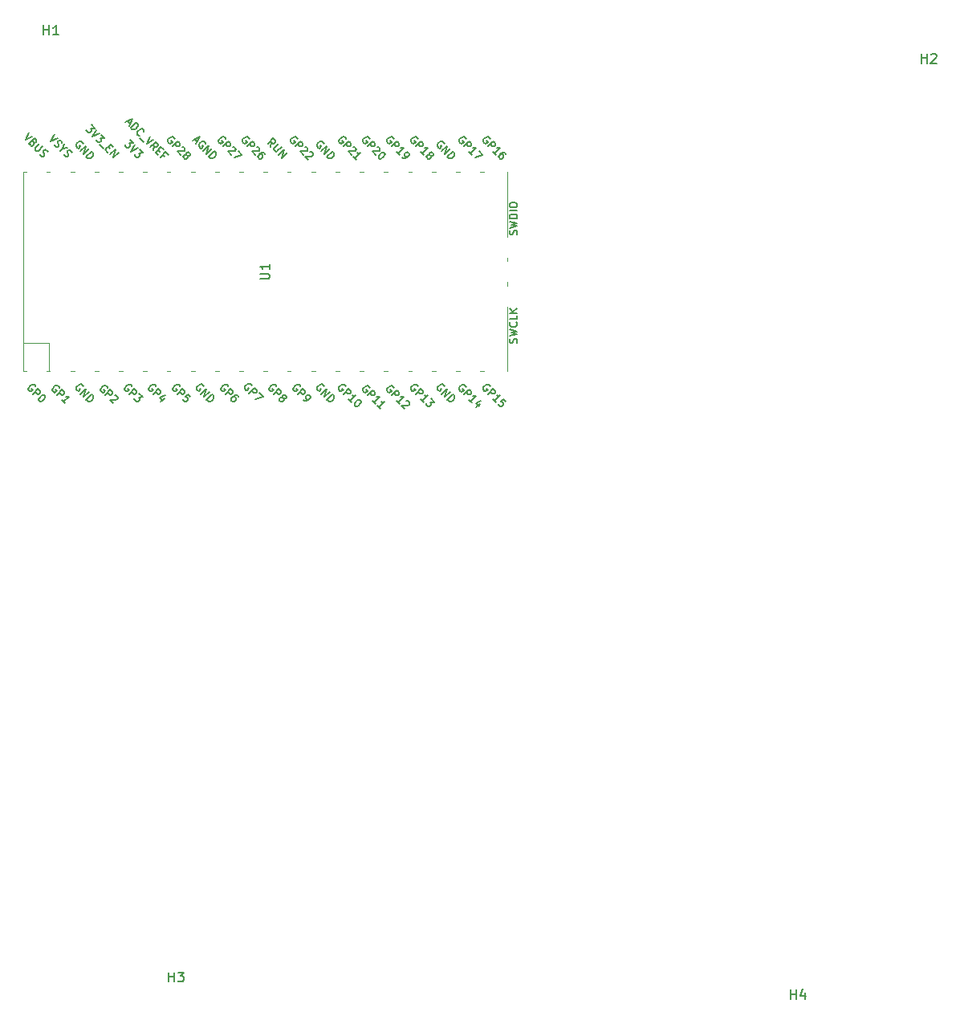
<source format=gbr>
%TF.GenerationSoftware,KiCad,Pcbnew,(5.1.12-1-10_14)*%
%TF.CreationDate,2021-12-05T15:19:09+09:00*%
%TF.ProjectId,PicoRubyMacroPad,5069636f-5275-4627-994d-6163726f5061,rev?*%
%TF.SameCoordinates,Original*%
%TF.FileFunction,Legend,Top*%
%TF.FilePolarity,Positive*%
%FSLAX46Y46*%
G04 Gerber Fmt 4.6, Leading zero omitted, Abs format (unit mm)*
G04 Created by KiCad (PCBNEW (5.1.12-1-10_14)) date 2021-12-05 15:19:09*
%MOMM*%
%LPD*%
G01*
G04 APERTURE LIST*
%ADD10C,0.120000*%
%ADD11C,0.150000*%
G04 APERTURE END LIST*
D10*
%TO.C,U1*%
X74900000Y-72890000D02*
X74900000Y-51890000D01*
X125900000Y-66090000D02*
X125900000Y-72890000D01*
X77567000Y-72890000D02*
X77567000Y-69883000D01*
X77567000Y-69883000D02*
X74900000Y-69883000D01*
X74900000Y-72890000D02*
X75200000Y-72890000D01*
X77300000Y-72890000D02*
X77700000Y-72890000D01*
X79900000Y-72890000D02*
X80300000Y-72890000D01*
X82400000Y-72890000D02*
X82800000Y-72890000D01*
X85000000Y-72890000D02*
X85400000Y-72890000D01*
X87500000Y-72890000D02*
X87900000Y-72890000D01*
X90000000Y-72890000D02*
X90400000Y-72890000D01*
X92600000Y-72890000D02*
X93000000Y-72890000D01*
X95100000Y-72890000D02*
X95500000Y-72890000D01*
X97700000Y-72890000D02*
X98100000Y-72890000D01*
X100200000Y-72890000D02*
X100600000Y-72890000D01*
X102700000Y-72890000D02*
X103100000Y-72890000D01*
X105300000Y-72890000D02*
X105700000Y-72890000D01*
X107800000Y-72890000D02*
X108200000Y-72890000D01*
X110400000Y-72890000D02*
X110800000Y-72890000D01*
X112900000Y-72890000D02*
X113300000Y-72890000D01*
X115500000Y-72890000D02*
X115900000Y-72890000D01*
X118000000Y-72890000D02*
X118400000Y-72890000D01*
X120500000Y-72890000D02*
X120900000Y-72890000D01*
X123100000Y-72890000D02*
X123500000Y-72890000D01*
X90000000Y-51890000D02*
X90400000Y-51890000D01*
X95100000Y-51890000D02*
X95500000Y-51890000D01*
X102700000Y-51890000D02*
X103100000Y-51890000D01*
X110400000Y-51890000D02*
X110800000Y-51890000D01*
X79900000Y-51890000D02*
X80300000Y-51890000D01*
X77300000Y-51890000D02*
X77700000Y-51890000D01*
X85000000Y-51890000D02*
X85400000Y-51890000D01*
X118000000Y-51890000D02*
X118400000Y-51890000D01*
X123100000Y-51890000D02*
X123500000Y-51890000D01*
X120500000Y-51890000D02*
X120900000Y-51890000D01*
X105300000Y-51890000D02*
X105700000Y-51890000D01*
X100200000Y-51890000D02*
X100600000Y-51890000D01*
X87500000Y-51890000D02*
X87900000Y-51890000D01*
X92600000Y-51890000D02*
X93000000Y-51890000D01*
X112900000Y-51890000D02*
X113300000Y-51890000D01*
X97700000Y-51890000D02*
X98100000Y-51890000D01*
X74900000Y-51890000D02*
X75200000Y-51890000D01*
X82400000Y-51890000D02*
X82800000Y-51890000D01*
X107800000Y-51890000D02*
X108200000Y-51890000D01*
X115500000Y-51890000D02*
X115900000Y-51890000D01*
X125900000Y-51890000D02*
X125900000Y-58690000D01*
X125900000Y-63890000D02*
X125900000Y-63490000D01*
X125900000Y-61290000D02*
X125900000Y-60890000D01*
%TO.C,H4*%
D11*
X155838095Y-139052380D02*
X155838095Y-138052380D01*
X155838095Y-138528571D02*
X156409523Y-138528571D01*
X156409523Y-139052380D02*
X156409523Y-138052380D01*
X157314285Y-138385714D02*
X157314285Y-139052380D01*
X157076190Y-138004761D02*
X156838095Y-138719047D01*
X157457142Y-138719047D01*
%TO.C,H3*%
X90238095Y-137252380D02*
X90238095Y-136252380D01*
X90238095Y-136728571D02*
X90809523Y-136728571D01*
X90809523Y-137252380D02*
X90809523Y-136252380D01*
X91190476Y-136252380D02*
X91809523Y-136252380D01*
X91476190Y-136633333D01*
X91619047Y-136633333D01*
X91714285Y-136680952D01*
X91761904Y-136728571D01*
X91809523Y-136823809D01*
X91809523Y-137061904D01*
X91761904Y-137157142D01*
X91714285Y-137204761D01*
X91619047Y-137252380D01*
X91333333Y-137252380D01*
X91238095Y-137204761D01*
X91190476Y-137157142D01*
%TO.C,H2*%
X169638095Y-40402380D02*
X169638095Y-39402380D01*
X169638095Y-39878571D02*
X170209523Y-39878571D01*
X170209523Y-40402380D02*
X170209523Y-39402380D01*
X170638095Y-39497619D02*
X170685714Y-39450000D01*
X170780952Y-39402380D01*
X171019047Y-39402380D01*
X171114285Y-39450000D01*
X171161904Y-39497619D01*
X171209523Y-39592857D01*
X171209523Y-39688095D01*
X171161904Y-39830952D01*
X170590476Y-40402380D01*
X171209523Y-40402380D01*
%TO.C,H1*%
X77038095Y-37402380D02*
X77038095Y-36402380D01*
X77038095Y-36878571D02*
X77609523Y-36878571D01*
X77609523Y-37402380D02*
X77609523Y-36402380D01*
X78609523Y-37402380D02*
X78038095Y-37402380D01*
X78323809Y-37402380D02*
X78323809Y-36402380D01*
X78228571Y-36545238D01*
X78133333Y-36640476D01*
X78038095Y-36688095D01*
%TO.C,U1*%
X99852380Y-63151904D02*
X100661904Y-63151904D01*
X100757142Y-63104285D01*
X100804761Y-63056666D01*
X100852380Y-62961428D01*
X100852380Y-62770952D01*
X100804761Y-62675714D01*
X100757142Y-62628095D01*
X100661904Y-62580476D01*
X99852380Y-62580476D01*
X100852380Y-61580476D02*
X100852380Y-62151904D01*
X100852380Y-61866190D02*
X99852380Y-61866190D01*
X99995238Y-61961428D01*
X100090476Y-62056666D01*
X100138095Y-62151904D01*
X126923809Y-58485238D02*
X126961904Y-58370952D01*
X126961904Y-58180476D01*
X126923809Y-58104285D01*
X126885714Y-58066190D01*
X126809523Y-58028095D01*
X126733333Y-58028095D01*
X126657142Y-58066190D01*
X126619047Y-58104285D01*
X126580952Y-58180476D01*
X126542857Y-58332857D01*
X126504761Y-58409047D01*
X126466666Y-58447142D01*
X126390476Y-58485238D01*
X126314285Y-58485238D01*
X126238095Y-58447142D01*
X126200000Y-58409047D01*
X126161904Y-58332857D01*
X126161904Y-58142380D01*
X126200000Y-58028095D01*
X126161904Y-57761428D02*
X126961904Y-57570952D01*
X126390476Y-57418571D01*
X126961904Y-57266190D01*
X126161904Y-57075714D01*
X126961904Y-56770952D02*
X126161904Y-56770952D01*
X126161904Y-56580476D01*
X126200000Y-56466190D01*
X126276190Y-56390000D01*
X126352380Y-56351904D01*
X126504761Y-56313809D01*
X126619047Y-56313809D01*
X126771428Y-56351904D01*
X126847619Y-56390000D01*
X126923809Y-56466190D01*
X126961904Y-56580476D01*
X126961904Y-56770952D01*
X126961904Y-55970952D02*
X126161904Y-55970952D01*
X126161904Y-55437619D02*
X126161904Y-55285238D01*
X126200000Y-55209047D01*
X126276190Y-55132857D01*
X126428571Y-55094761D01*
X126695238Y-55094761D01*
X126847619Y-55132857D01*
X126923809Y-55209047D01*
X126961904Y-55285238D01*
X126961904Y-55437619D01*
X126923809Y-55513809D01*
X126847619Y-55590000D01*
X126695238Y-55628095D01*
X126428571Y-55628095D01*
X126276190Y-55590000D01*
X126200000Y-55513809D01*
X126161904Y-55437619D01*
X126923809Y-69899523D02*
X126961904Y-69785238D01*
X126961904Y-69594761D01*
X126923809Y-69518571D01*
X126885714Y-69480476D01*
X126809523Y-69442380D01*
X126733333Y-69442380D01*
X126657142Y-69480476D01*
X126619047Y-69518571D01*
X126580952Y-69594761D01*
X126542857Y-69747142D01*
X126504761Y-69823333D01*
X126466666Y-69861428D01*
X126390476Y-69899523D01*
X126314285Y-69899523D01*
X126238095Y-69861428D01*
X126200000Y-69823333D01*
X126161904Y-69747142D01*
X126161904Y-69556666D01*
X126200000Y-69442380D01*
X126161904Y-69175714D02*
X126961904Y-68985238D01*
X126390476Y-68832857D01*
X126961904Y-68680476D01*
X126161904Y-68490000D01*
X126885714Y-67728095D02*
X126923809Y-67766190D01*
X126961904Y-67880476D01*
X126961904Y-67956666D01*
X126923809Y-68070952D01*
X126847619Y-68147142D01*
X126771428Y-68185238D01*
X126619047Y-68223333D01*
X126504761Y-68223333D01*
X126352380Y-68185238D01*
X126276190Y-68147142D01*
X126200000Y-68070952D01*
X126161904Y-67956666D01*
X126161904Y-67880476D01*
X126200000Y-67766190D01*
X126238095Y-67728095D01*
X126961904Y-67004285D02*
X126961904Y-67385238D01*
X126161904Y-67385238D01*
X126961904Y-66737619D02*
X126161904Y-66737619D01*
X126961904Y-66280476D02*
X126504761Y-66623333D01*
X126161904Y-66280476D02*
X126619047Y-66737619D01*
X92959035Y-48433597D02*
X93228409Y-48702971D01*
X92743536Y-48541346D02*
X93497783Y-48164223D01*
X93120659Y-48918470D01*
X94144280Y-48864595D02*
X94117343Y-48783783D01*
X94036531Y-48702971D01*
X93928781Y-48649096D01*
X93821032Y-48649096D01*
X93740219Y-48676033D01*
X93605532Y-48756845D01*
X93524720Y-48837658D01*
X93443908Y-48972345D01*
X93416971Y-49053157D01*
X93416971Y-49160906D01*
X93470845Y-49268656D01*
X93524720Y-49322531D01*
X93632470Y-49376406D01*
X93686345Y-49376406D01*
X93874906Y-49187844D01*
X93767157Y-49080094D01*
X93874906Y-49672717D02*
X94440592Y-49107032D01*
X94198155Y-49995966D01*
X94763841Y-49430280D01*
X94467529Y-50265340D02*
X95033215Y-49699654D01*
X95167902Y-49834341D01*
X95221776Y-49942091D01*
X95221776Y-50049841D01*
X95194839Y-50130653D01*
X95114027Y-50265340D01*
X95033215Y-50346152D01*
X94898528Y-50426964D01*
X94817715Y-50453902D01*
X94709966Y-50453902D01*
X94602216Y-50400027D01*
X94467529Y-50265340D01*
X81201844Y-48876158D02*
X81174906Y-48795346D01*
X81094094Y-48714534D01*
X80986345Y-48660659D01*
X80878595Y-48660659D01*
X80797783Y-48687597D01*
X80663096Y-48768409D01*
X80582284Y-48849221D01*
X80501471Y-48983908D01*
X80474534Y-49064720D01*
X80474534Y-49172470D01*
X80528409Y-49280219D01*
X80582284Y-49334094D01*
X80690033Y-49387969D01*
X80743908Y-49387969D01*
X80932470Y-49199407D01*
X80824720Y-49091658D01*
X80932470Y-49684280D02*
X81498155Y-49118595D01*
X81255719Y-50007529D01*
X81821404Y-49441844D01*
X81525093Y-50276903D02*
X82090778Y-49711218D01*
X82225465Y-49845905D01*
X82279340Y-49953654D01*
X82279340Y-50061404D01*
X82252402Y-50142216D01*
X82171590Y-50276903D01*
X82090778Y-50357715D01*
X81956091Y-50438528D01*
X81875279Y-50465465D01*
X81767529Y-50465465D01*
X81659780Y-50411590D01*
X81525093Y-50276903D01*
X106601844Y-48876158D02*
X106574906Y-48795346D01*
X106494094Y-48714534D01*
X106386345Y-48660659D01*
X106278595Y-48660659D01*
X106197783Y-48687597D01*
X106063096Y-48768409D01*
X105982284Y-48849221D01*
X105901471Y-48983908D01*
X105874534Y-49064720D01*
X105874534Y-49172470D01*
X105928409Y-49280219D01*
X105982284Y-49334094D01*
X106090033Y-49387969D01*
X106143908Y-49387969D01*
X106332470Y-49199407D01*
X106224720Y-49091658D01*
X106332470Y-49684280D02*
X106898155Y-49118595D01*
X106655719Y-50007529D01*
X107221404Y-49441844D01*
X106925093Y-50276903D02*
X107490778Y-49711218D01*
X107625465Y-49845905D01*
X107679340Y-49953654D01*
X107679340Y-50061404D01*
X107652402Y-50142216D01*
X107571590Y-50276903D01*
X107490778Y-50357715D01*
X107356091Y-50438528D01*
X107275279Y-50465465D01*
X107167529Y-50465465D01*
X107059780Y-50411590D01*
X106925093Y-50276903D01*
X119301844Y-48876158D02*
X119274906Y-48795346D01*
X119194094Y-48714534D01*
X119086345Y-48660659D01*
X118978595Y-48660659D01*
X118897783Y-48687597D01*
X118763096Y-48768409D01*
X118682284Y-48849221D01*
X118601471Y-48983908D01*
X118574534Y-49064720D01*
X118574534Y-49172470D01*
X118628409Y-49280219D01*
X118682284Y-49334094D01*
X118790033Y-49387969D01*
X118843908Y-49387969D01*
X119032470Y-49199407D01*
X118924720Y-49091658D01*
X119032470Y-49684280D02*
X119598155Y-49118595D01*
X119355719Y-50007529D01*
X119921404Y-49441844D01*
X119625093Y-50276903D02*
X120190778Y-49711218D01*
X120325465Y-49845905D01*
X120379340Y-49953654D01*
X120379340Y-50061404D01*
X120352402Y-50142216D01*
X120271590Y-50276903D01*
X120190778Y-50357715D01*
X120056091Y-50438528D01*
X119975279Y-50465465D01*
X119867529Y-50465465D01*
X119759780Y-50411590D01*
X119625093Y-50276903D01*
X119301844Y-74476158D02*
X119274906Y-74395346D01*
X119194094Y-74314534D01*
X119086345Y-74260659D01*
X118978595Y-74260659D01*
X118897783Y-74287597D01*
X118763096Y-74368409D01*
X118682284Y-74449221D01*
X118601471Y-74583908D01*
X118574534Y-74664720D01*
X118574534Y-74772470D01*
X118628409Y-74880219D01*
X118682284Y-74934094D01*
X118790033Y-74987969D01*
X118843908Y-74987969D01*
X119032470Y-74799407D01*
X118924720Y-74691658D01*
X119032470Y-75284280D02*
X119598155Y-74718595D01*
X119355719Y-75607529D01*
X119921404Y-75041844D01*
X119625093Y-75876903D02*
X120190778Y-75311218D01*
X120325465Y-75445905D01*
X120379340Y-75553654D01*
X120379340Y-75661404D01*
X120352402Y-75742216D01*
X120271590Y-75876903D01*
X120190778Y-75957715D01*
X120056091Y-76038528D01*
X119975279Y-76065465D01*
X119867529Y-76065465D01*
X119759780Y-76011590D01*
X119625093Y-75876903D01*
X106601844Y-74476158D02*
X106574906Y-74395346D01*
X106494094Y-74314534D01*
X106386345Y-74260659D01*
X106278595Y-74260659D01*
X106197783Y-74287597D01*
X106063096Y-74368409D01*
X105982284Y-74449221D01*
X105901471Y-74583908D01*
X105874534Y-74664720D01*
X105874534Y-74772470D01*
X105928409Y-74880219D01*
X105982284Y-74934094D01*
X106090033Y-74987969D01*
X106143908Y-74987969D01*
X106332470Y-74799407D01*
X106224720Y-74691658D01*
X106332470Y-75284280D02*
X106898155Y-74718595D01*
X106655719Y-75607529D01*
X107221404Y-75041844D01*
X106925093Y-75876903D02*
X107490778Y-75311218D01*
X107625465Y-75445905D01*
X107679340Y-75553654D01*
X107679340Y-75661404D01*
X107652402Y-75742216D01*
X107571590Y-75876903D01*
X107490778Y-75957715D01*
X107356091Y-76038528D01*
X107275279Y-76065465D01*
X107167529Y-76065465D01*
X107059780Y-76011590D01*
X106925093Y-75876903D01*
X93901844Y-74476158D02*
X93874906Y-74395346D01*
X93794094Y-74314534D01*
X93686345Y-74260659D01*
X93578595Y-74260659D01*
X93497783Y-74287597D01*
X93363096Y-74368409D01*
X93282284Y-74449221D01*
X93201471Y-74583908D01*
X93174534Y-74664720D01*
X93174534Y-74772470D01*
X93228409Y-74880219D01*
X93282284Y-74934094D01*
X93390033Y-74987969D01*
X93443908Y-74987969D01*
X93632470Y-74799407D01*
X93524720Y-74691658D01*
X93632470Y-75284280D02*
X94198155Y-74718595D01*
X93955719Y-75607529D01*
X94521404Y-75041844D01*
X94225093Y-75876903D02*
X94790778Y-75311218D01*
X94925465Y-75445905D01*
X94979340Y-75553654D01*
X94979340Y-75661404D01*
X94952402Y-75742216D01*
X94871590Y-75876903D01*
X94790778Y-75957715D01*
X94656091Y-76038528D01*
X94575279Y-76065465D01*
X94467529Y-76065465D01*
X94359780Y-76011590D01*
X94225093Y-75876903D01*
X81201844Y-74476158D02*
X81174906Y-74395346D01*
X81094094Y-74314534D01*
X80986345Y-74260659D01*
X80878595Y-74260659D01*
X80797783Y-74287597D01*
X80663096Y-74368409D01*
X80582284Y-74449221D01*
X80501471Y-74583908D01*
X80474534Y-74664720D01*
X80474534Y-74772470D01*
X80528409Y-74880219D01*
X80582284Y-74934094D01*
X80690033Y-74987969D01*
X80743908Y-74987969D01*
X80932470Y-74799407D01*
X80824720Y-74691658D01*
X80932470Y-75284280D02*
X81498155Y-74718595D01*
X81255719Y-75607529D01*
X81821404Y-75041844D01*
X81525093Y-75876903D02*
X82090778Y-75311218D01*
X82225465Y-75445905D01*
X82279340Y-75553654D01*
X82279340Y-75661404D01*
X82252402Y-75742216D01*
X82171590Y-75876903D01*
X82090778Y-75957715D01*
X81956091Y-76038528D01*
X81875279Y-76065465D01*
X81767529Y-76065465D01*
X81659780Y-76011590D01*
X81525093Y-75876903D01*
X75472690Y-47743129D02*
X75095566Y-48497377D01*
X75849813Y-48120253D01*
X75957563Y-48766751D02*
X76011438Y-48874500D01*
X76011438Y-48928375D01*
X75984500Y-49009187D01*
X75903688Y-49089999D01*
X75822876Y-49116937D01*
X75769001Y-49116937D01*
X75688189Y-49090000D01*
X75472690Y-48874500D01*
X76038375Y-48308815D01*
X76226937Y-48497377D01*
X76253874Y-48578189D01*
X76253874Y-48632064D01*
X76226937Y-48712876D01*
X76173062Y-48766751D01*
X76092250Y-48793688D01*
X76038375Y-48793688D01*
X75957563Y-48766751D01*
X75769001Y-48578189D01*
X76604061Y-48874500D02*
X76146125Y-49332436D01*
X76119187Y-49413248D01*
X76119187Y-49467123D01*
X76146125Y-49547935D01*
X76253874Y-49655685D01*
X76334687Y-49682622D01*
X76388561Y-49682622D01*
X76469374Y-49655685D01*
X76927309Y-49197749D01*
X76630998Y-49978934D02*
X76684873Y-50086683D01*
X76819560Y-50221370D01*
X76900372Y-50248308D01*
X76954247Y-50248308D01*
X77035059Y-50221370D01*
X77088934Y-50167496D01*
X77115871Y-50086683D01*
X77115871Y-50032809D01*
X77088934Y-49951996D01*
X77008122Y-49817309D01*
X76981184Y-49736497D01*
X76981184Y-49682622D01*
X77008122Y-49601810D01*
X77061996Y-49547935D01*
X77142809Y-49520998D01*
X77196683Y-49520998D01*
X77277496Y-49547935D01*
X77412183Y-49682622D01*
X77466057Y-49790372D01*
X78150033Y-47910473D02*
X77772910Y-48664720D01*
X78527157Y-48287597D01*
X78150033Y-48987969D02*
X78203908Y-49095719D01*
X78338595Y-49230406D01*
X78419407Y-49257343D01*
X78473282Y-49257343D01*
X78554094Y-49230406D01*
X78607969Y-49176531D01*
X78634906Y-49095719D01*
X78634906Y-49041844D01*
X78607969Y-48961032D01*
X78527157Y-48826345D01*
X78500219Y-48745532D01*
X78500219Y-48691658D01*
X78527157Y-48610845D01*
X78581032Y-48556971D01*
X78661844Y-48530033D01*
X78715719Y-48530033D01*
X78796531Y-48556971D01*
X78931218Y-48691658D01*
X78985093Y-48799407D01*
X79065905Y-49418967D02*
X78796531Y-49688341D01*
X79173654Y-48934094D02*
X79065905Y-49418967D01*
X79550778Y-49311218D01*
X79173654Y-50011590D02*
X79227529Y-50119340D01*
X79362216Y-50254027D01*
X79443028Y-50280964D01*
X79496903Y-50280964D01*
X79577715Y-50254027D01*
X79631590Y-50200152D01*
X79658528Y-50119340D01*
X79658528Y-50065465D01*
X79631590Y-49984653D01*
X79550778Y-49849966D01*
X79523841Y-49769154D01*
X79523841Y-49715279D01*
X79550778Y-49634467D01*
X79604653Y-49580592D01*
X79685465Y-49553654D01*
X79739340Y-49553654D01*
X79820152Y-49580592D01*
X79954839Y-49715279D01*
X80008714Y-49823028D01*
X82041691Y-46912131D02*
X82391877Y-47262317D01*
X81987816Y-47289255D01*
X82068629Y-47370067D01*
X82095566Y-47450879D01*
X82095566Y-47504754D01*
X82068629Y-47585566D01*
X81933942Y-47720253D01*
X81853129Y-47747190D01*
X81799255Y-47747190D01*
X81718442Y-47720253D01*
X81556818Y-47558629D01*
X81529881Y-47477816D01*
X81529881Y-47423942D01*
X82553502Y-47423942D02*
X82176378Y-48178189D01*
X82930625Y-47801065D01*
X83065312Y-47935752D02*
X83415499Y-48285938D01*
X83011438Y-48312876D01*
X83092250Y-48393688D01*
X83119187Y-48474500D01*
X83119187Y-48528375D01*
X83092250Y-48609187D01*
X82957563Y-48743874D01*
X82876751Y-48770812D01*
X82822876Y-48770812D01*
X82742064Y-48743874D01*
X82580439Y-48582250D01*
X82553502Y-48501438D01*
X82553502Y-48447563D01*
X82903688Y-49013248D02*
X83334687Y-49444247D01*
X83819560Y-49228748D02*
X84008122Y-49417309D01*
X83792622Y-49794433D02*
X83523248Y-49525059D01*
X84088934Y-48959374D01*
X84358308Y-49228748D01*
X84035059Y-50036870D02*
X84600744Y-49471184D01*
X84358308Y-50360118D01*
X84923993Y-49794433D01*
X86109407Y-48479847D02*
X86459593Y-48830033D01*
X86055532Y-48856971D01*
X86136345Y-48937783D01*
X86163282Y-49018595D01*
X86163282Y-49072470D01*
X86136345Y-49153282D01*
X86001658Y-49287969D01*
X85920845Y-49314906D01*
X85866971Y-49314906D01*
X85786158Y-49287969D01*
X85624534Y-49126345D01*
X85597597Y-49045532D01*
X85597597Y-48991658D01*
X86621218Y-48991658D02*
X86244094Y-49745905D01*
X86998341Y-49368781D01*
X87133028Y-49503468D02*
X87483215Y-49853654D01*
X87079154Y-49880592D01*
X87159966Y-49961404D01*
X87186903Y-50042216D01*
X87186903Y-50096091D01*
X87159966Y-50176903D01*
X87025279Y-50311590D01*
X86944467Y-50338528D01*
X86890592Y-50338528D01*
X86809780Y-50311590D01*
X86648155Y-50149966D01*
X86621218Y-50069154D01*
X86621218Y-50015279D01*
X85866226Y-46544788D02*
X86135600Y-46814162D01*
X85650727Y-46652537D02*
X86404974Y-46275414D01*
X86027850Y-47029661D01*
X86216412Y-47218223D02*
X86782097Y-46652537D01*
X86916784Y-46787224D01*
X86970659Y-46894974D01*
X86970659Y-47002723D01*
X86943722Y-47083536D01*
X86862910Y-47218223D01*
X86782097Y-47299035D01*
X86647410Y-47379847D01*
X86566598Y-47406784D01*
X86458849Y-47406784D01*
X86351099Y-47352910D01*
X86216412Y-47218223D01*
X87159221Y-48053282D02*
X87105346Y-48053282D01*
X86997597Y-47999407D01*
X86943722Y-47945532D01*
X86889847Y-47837783D01*
X86889847Y-47730033D01*
X86916784Y-47649221D01*
X86997597Y-47514534D01*
X87078409Y-47433722D01*
X87213096Y-47352910D01*
X87293908Y-47325972D01*
X87401658Y-47325972D01*
X87509407Y-47379847D01*
X87563282Y-47433722D01*
X87617157Y-47541471D01*
X87617157Y-47595346D01*
X87159221Y-48268781D02*
X87590219Y-48699780D01*
X88263654Y-48134094D02*
X87886531Y-48888341D01*
X88640778Y-48511218D01*
X88586903Y-49588714D02*
X88667715Y-49130778D01*
X88263654Y-49265465D02*
X88829340Y-48699780D01*
X89044839Y-48915279D01*
X89071776Y-48996091D01*
X89071776Y-49049966D01*
X89044839Y-49130778D01*
X88964027Y-49211590D01*
X88883215Y-49238528D01*
X88829340Y-49238528D01*
X88748528Y-49211590D01*
X88533028Y-48996091D01*
X89125651Y-49534839D02*
X89314213Y-49723401D01*
X89098714Y-50100524D02*
X88829340Y-49831150D01*
X89395025Y-49265465D01*
X89664399Y-49534839D01*
X89826024Y-50235211D02*
X89637462Y-50046650D01*
X89341150Y-50342961D02*
X89906836Y-49777276D01*
X90176210Y-50046650D01*
X90865407Y-48379722D02*
X90838470Y-48298910D01*
X90757658Y-48218097D01*
X90649908Y-48164223D01*
X90542158Y-48164223D01*
X90461346Y-48191160D01*
X90326659Y-48271972D01*
X90245847Y-48352784D01*
X90165035Y-48487471D01*
X90138097Y-48568284D01*
X90138097Y-48676033D01*
X90191972Y-48783783D01*
X90245847Y-48837658D01*
X90353597Y-48891532D01*
X90407471Y-48891532D01*
X90596033Y-48702971D01*
X90488284Y-48595221D01*
X90596033Y-49187844D02*
X91161719Y-48622158D01*
X91377218Y-48837658D01*
X91404155Y-48918470D01*
X91404155Y-48972345D01*
X91377218Y-49053157D01*
X91296406Y-49133969D01*
X91215593Y-49160906D01*
X91161719Y-49160906D01*
X91080906Y-49133969D01*
X90865407Y-48918470D01*
X91646592Y-49214781D02*
X91700467Y-49214781D01*
X91781279Y-49241719D01*
X91915966Y-49376406D01*
X91942903Y-49457218D01*
X91942903Y-49511093D01*
X91915966Y-49591905D01*
X91862091Y-49645780D01*
X91754341Y-49699654D01*
X91107844Y-49699654D01*
X91458030Y-50049841D01*
X92104528Y-50049841D02*
X92077590Y-49969028D01*
X92077590Y-49915154D01*
X92104528Y-49834341D01*
X92131465Y-49807404D01*
X92212277Y-49780467D01*
X92266152Y-49780467D01*
X92346964Y-49807404D01*
X92454714Y-49915154D01*
X92481651Y-49995966D01*
X92481651Y-50049841D01*
X92454714Y-50130653D01*
X92427776Y-50157590D01*
X92346964Y-50184528D01*
X92293089Y-50184528D01*
X92212277Y-50157590D01*
X92104528Y-50049841D01*
X92023715Y-50022903D01*
X91969841Y-50022903D01*
X91889028Y-50049841D01*
X91781279Y-50157590D01*
X91754341Y-50238402D01*
X91754341Y-50292277D01*
X91781279Y-50373089D01*
X91889028Y-50480839D01*
X91969841Y-50507776D01*
X92023715Y-50507776D01*
X92104528Y-50480839D01*
X92212277Y-50373089D01*
X92239215Y-50292277D01*
X92239215Y-50238402D01*
X92212277Y-50157590D01*
X96209407Y-48379722D02*
X96182470Y-48298910D01*
X96101658Y-48218097D01*
X95993908Y-48164223D01*
X95886158Y-48164223D01*
X95805346Y-48191160D01*
X95670659Y-48271972D01*
X95589847Y-48352784D01*
X95509035Y-48487471D01*
X95482097Y-48568284D01*
X95482097Y-48676033D01*
X95535972Y-48783783D01*
X95589847Y-48837658D01*
X95697597Y-48891532D01*
X95751471Y-48891532D01*
X95940033Y-48702971D01*
X95832284Y-48595221D01*
X95940033Y-49187844D02*
X96505719Y-48622158D01*
X96721218Y-48837658D01*
X96748155Y-48918470D01*
X96748155Y-48972345D01*
X96721218Y-49053157D01*
X96640406Y-49133969D01*
X96559593Y-49160906D01*
X96505719Y-49160906D01*
X96424906Y-49133969D01*
X96209407Y-48918470D01*
X96990592Y-49214781D02*
X97044467Y-49214781D01*
X97125279Y-49241719D01*
X97259966Y-49376406D01*
X97286903Y-49457218D01*
X97286903Y-49511093D01*
X97259966Y-49591905D01*
X97206091Y-49645780D01*
X97098341Y-49699654D01*
X96451844Y-49699654D01*
X96802030Y-50049841D01*
X97556277Y-49672717D02*
X97933401Y-50049841D01*
X97125279Y-50373089D01*
X98739407Y-48379722D02*
X98712470Y-48298910D01*
X98631658Y-48218097D01*
X98523908Y-48164223D01*
X98416158Y-48164223D01*
X98335346Y-48191160D01*
X98200659Y-48271972D01*
X98119847Y-48352784D01*
X98039035Y-48487471D01*
X98012097Y-48568284D01*
X98012097Y-48676033D01*
X98065972Y-48783783D01*
X98119847Y-48837658D01*
X98227597Y-48891532D01*
X98281471Y-48891532D01*
X98470033Y-48702971D01*
X98362284Y-48595221D01*
X98470033Y-49187844D02*
X99035719Y-48622158D01*
X99251218Y-48837658D01*
X99278155Y-48918470D01*
X99278155Y-48972345D01*
X99251218Y-49053157D01*
X99170406Y-49133969D01*
X99089593Y-49160906D01*
X99035719Y-49160906D01*
X98954906Y-49133969D01*
X98739407Y-48918470D01*
X99520592Y-49214781D02*
X99574467Y-49214781D01*
X99655279Y-49241719D01*
X99789966Y-49376406D01*
X99816903Y-49457218D01*
X99816903Y-49511093D01*
X99789966Y-49591905D01*
X99736091Y-49645780D01*
X99628341Y-49699654D01*
X98981844Y-49699654D01*
X99332030Y-50049841D01*
X100382589Y-49969028D02*
X100274839Y-49861279D01*
X100194027Y-49834341D01*
X100140152Y-49834341D01*
X100005465Y-49861279D01*
X99870778Y-49942091D01*
X99655279Y-50157590D01*
X99628341Y-50238402D01*
X99628341Y-50292277D01*
X99655279Y-50373089D01*
X99763028Y-50480839D01*
X99843841Y-50507776D01*
X99897715Y-50507776D01*
X99978528Y-50480839D01*
X100113215Y-50346152D01*
X100140152Y-50265340D01*
X100140152Y-50211465D01*
X100113215Y-50130653D01*
X100005465Y-50022903D01*
X99924653Y-49995966D01*
X99870778Y-49995966D01*
X99789966Y-50022903D01*
X100996564Y-49228375D02*
X101077377Y-48770439D01*
X100673316Y-48905126D02*
X101239001Y-48339441D01*
X101454500Y-48554940D01*
X101481438Y-48635752D01*
X101481438Y-48689627D01*
X101454500Y-48770439D01*
X101373688Y-48851251D01*
X101292876Y-48878189D01*
X101239001Y-48878189D01*
X101158189Y-48851251D01*
X100942690Y-48635752D01*
X101804687Y-48905126D02*
X101346751Y-49363062D01*
X101319813Y-49443874D01*
X101319813Y-49497749D01*
X101346751Y-49578561D01*
X101454500Y-49686311D01*
X101535312Y-49713248D01*
X101589187Y-49713248D01*
X101670000Y-49686311D01*
X102127935Y-49228375D01*
X101831624Y-50063435D02*
X102397309Y-49497749D01*
X102154873Y-50386683D01*
X102720558Y-49820998D01*
X103819407Y-48379722D02*
X103792470Y-48298910D01*
X103711658Y-48218097D01*
X103603908Y-48164223D01*
X103496158Y-48164223D01*
X103415346Y-48191160D01*
X103280659Y-48271972D01*
X103199847Y-48352784D01*
X103119035Y-48487471D01*
X103092097Y-48568284D01*
X103092097Y-48676033D01*
X103145972Y-48783783D01*
X103199847Y-48837658D01*
X103307597Y-48891532D01*
X103361471Y-48891532D01*
X103550033Y-48702971D01*
X103442284Y-48595221D01*
X103550033Y-49187844D02*
X104115719Y-48622158D01*
X104331218Y-48837658D01*
X104358155Y-48918470D01*
X104358155Y-48972345D01*
X104331218Y-49053157D01*
X104250406Y-49133969D01*
X104169593Y-49160906D01*
X104115719Y-49160906D01*
X104034906Y-49133969D01*
X103819407Y-48918470D01*
X104600592Y-49214781D02*
X104654467Y-49214781D01*
X104735279Y-49241719D01*
X104869966Y-49376406D01*
X104896903Y-49457218D01*
X104896903Y-49511093D01*
X104869966Y-49591905D01*
X104816091Y-49645780D01*
X104708341Y-49699654D01*
X104061844Y-49699654D01*
X104412030Y-50049841D01*
X105139340Y-49753529D02*
X105193215Y-49753529D01*
X105274027Y-49780467D01*
X105408714Y-49915154D01*
X105435651Y-49995966D01*
X105435651Y-50049841D01*
X105408714Y-50130653D01*
X105354839Y-50184528D01*
X105247089Y-50238402D01*
X104600592Y-50238402D01*
X104950778Y-50588589D01*
X108909407Y-48379722D02*
X108882470Y-48298910D01*
X108801658Y-48218097D01*
X108693908Y-48164223D01*
X108586158Y-48164223D01*
X108505346Y-48191160D01*
X108370659Y-48271972D01*
X108289847Y-48352784D01*
X108209035Y-48487471D01*
X108182097Y-48568284D01*
X108182097Y-48676033D01*
X108235972Y-48783783D01*
X108289847Y-48837658D01*
X108397597Y-48891532D01*
X108451471Y-48891532D01*
X108640033Y-48702971D01*
X108532284Y-48595221D01*
X108640033Y-49187844D02*
X109205719Y-48622158D01*
X109421218Y-48837658D01*
X109448155Y-48918470D01*
X109448155Y-48972345D01*
X109421218Y-49053157D01*
X109340406Y-49133969D01*
X109259593Y-49160906D01*
X109205719Y-49160906D01*
X109124906Y-49133969D01*
X108909407Y-48918470D01*
X109690592Y-49214781D02*
X109744467Y-49214781D01*
X109825279Y-49241719D01*
X109959966Y-49376406D01*
X109986903Y-49457218D01*
X109986903Y-49511093D01*
X109959966Y-49591905D01*
X109906091Y-49645780D01*
X109798341Y-49699654D01*
X109151844Y-49699654D01*
X109502030Y-50049841D01*
X110040778Y-50588589D02*
X109717529Y-50265340D01*
X109879154Y-50426964D02*
X110444839Y-49861279D01*
X110310152Y-49888216D01*
X110202402Y-49888216D01*
X110121590Y-49861279D01*
X111439407Y-48379722D02*
X111412470Y-48298910D01*
X111331658Y-48218097D01*
X111223908Y-48164223D01*
X111116158Y-48164223D01*
X111035346Y-48191160D01*
X110900659Y-48271972D01*
X110819847Y-48352784D01*
X110739035Y-48487471D01*
X110712097Y-48568284D01*
X110712097Y-48676033D01*
X110765972Y-48783783D01*
X110819847Y-48837658D01*
X110927597Y-48891532D01*
X110981471Y-48891532D01*
X111170033Y-48702971D01*
X111062284Y-48595221D01*
X111170033Y-49187844D02*
X111735719Y-48622158D01*
X111951218Y-48837658D01*
X111978155Y-48918470D01*
X111978155Y-48972345D01*
X111951218Y-49053157D01*
X111870406Y-49133969D01*
X111789593Y-49160906D01*
X111735719Y-49160906D01*
X111654906Y-49133969D01*
X111439407Y-48918470D01*
X112220592Y-49214781D02*
X112274467Y-49214781D01*
X112355279Y-49241719D01*
X112489966Y-49376406D01*
X112516903Y-49457218D01*
X112516903Y-49511093D01*
X112489966Y-49591905D01*
X112436091Y-49645780D01*
X112328341Y-49699654D01*
X111681844Y-49699654D01*
X112032030Y-50049841D01*
X112947902Y-49834341D02*
X113001776Y-49888216D01*
X113028714Y-49969028D01*
X113028714Y-50022903D01*
X113001776Y-50103715D01*
X112920964Y-50238402D01*
X112786277Y-50373089D01*
X112651590Y-50453902D01*
X112570778Y-50480839D01*
X112516903Y-50480839D01*
X112436091Y-50453902D01*
X112382216Y-50400027D01*
X112355279Y-50319215D01*
X112355279Y-50265340D01*
X112382216Y-50184528D01*
X112463028Y-50049841D01*
X112597715Y-49915154D01*
X112732402Y-49834341D01*
X112813215Y-49807404D01*
X112867089Y-49807404D01*
X112947902Y-49834341D01*
X113979407Y-48379722D02*
X113952470Y-48298910D01*
X113871658Y-48218097D01*
X113763908Y-48164223D01*
X113656158Y-48164223D01*
X113575346Y-48191160D01*
X113440659Y-48271972D01*
X113359847Y-48352784D01*
X113279035Y-48487471D01*
X113252097Y-48568284D01*
X113252097Y-48676033D01*
X113305972Y-48783783D01*
X113359847Y-48837658D01*
X113467597Y-48891532D01*
X113521471Y-48891532D01*
X113710033Y-48702971D01*
X113602284Y-48595221D01*
X113710033Y-49187844D02*
X114275719Y-48622158D01*
X114491218Y-48837658D01*
X114518155Y-48918470D01*
X114518155Y-48972345D01*
X114491218Y-49053157D01*
X114410406Y-49133969D01*
X114329593Y-49160906D01*
X114275719Y-49160906D01*
X114194906Y-49133969D01*
X113979407Y-48918470D01*
X114572030Y-50049841D02*
X114248781Y-49726592D01*
X114410406Y-49888216D02*
X114976091Y-49322531D01*
X114841404Y-49349468D01*
X114733654Y-49349468D01*
X114652842Y-49322531D01*
X114841404Y-50319215D02*
X114949154Y-50426964D01*
X115029966Y-50453902D01*
X115083841Y-50453902D01*
X115218528Y-50426964D01*
X115353215Y-50346152D01*
X115568714Y-50130653D01*
X115595651Y-50049841D01*
X115595651Y-49995966D01*
X115568714Y-49915154D01*
X115460964Y-49807404D01*
X115380152Y-49780467D01*
X115326277Y-49780467D01*
X115245465Y-49807404D01*
X115110778Y-49942091D01*
X115083841Y-50022903D01*
X115083841Y-50076778D01*
X115110778Y-50157590D01*
X115218528Y-50265340D01*
X115299340Y-50292277D01*
X115353215Y-50292277D01*
X115434027Y-50265340D01*
X116519407Y-48379722D02*
X116492470Y-48298910D01*
X116411658Y-48218097D01*
X116303908Y-48164223D01*
X116196158Y-48164223D01*
X116115346Y-48191160D01*
X115980659Y-48271972D01*
X115899847Y-48352784D01*
X115819035Y-48487471D01*
X115792097Y-48568284D01*
X115792097Y-48676033D01*
X115845972Y-48783783D01*
X115899847Y-48837658D01*
X116007597Y-48891532D01*
X116061471Y-48891532D01*
X116250033Y-48702971D01*
X116142284Y-48595221D01*
X116250033Y-49187844D02*
X116815719Y-48622158D01*
X117031218Y-48837658D01*
X117058155Y-48918470D01*
X117058155Y-48972345D01*
X117031218Y-49053157D01*
X116950406Y-49133969D01*
X116869593Y-49160906D01*
X116815719Y-49160906D01*
X116734906Y-49133969D01*
X116519407Y-48918470D01*
X117112030Y-50049841D02*
X116788781Y-49726592D01*
X116950406Y-49888216D02*
X117516091Y-49322531D01*
X117381404Y-49349468D01*
X117273654Y-49349468D01*
X117192842Y-49322531D01*
X117758528Y-50049841D02*
X117731590Y-49969028D01*
X117731590Y-49915154D01*
X117758528Y-49834341D01*
X117785465Y-49807404D01*
X117866277Y-49780467D01*
X117920152Y-49780467D01*
X118000964Y-49807404D01*
X118108714Y-49915154D01*
X118135651Y-49995966D01*
X118135651Y-50049841D01*
X118108714Y-50130653D01*
X118081776Y-50157590D01*
X118000964Y-50184528D01*
X117947089Y-50184528D01*
X117866277Y-50157590D01*
X117758528Y-50049841D01*
X117677715Y-50022903D01*
X117623841Y-50022903D01*
X117543028Y-50049841D01*
X117435279Y-50157590D01*
X117408341Y-50238402D01*
X117408341Y-50292277D01*
X117435279Y-50373089D01*
X117543028Y-50480839D01*
X117623841Y-50507776D01*
X117677715Y-50507776D01*
X117758528Y-50480839D01*
X117866277Y-50373089D01*
X117893215Y-50292277D01*
X117893215Y-50238402D01*
X117866277Y-50157590D01*
X121599407Y-48379722D02*
X121572470Y-48298910D01*
X121491658Y-48218097D01*
X121383908Y-48164223D01*
X121276158Y-48164223D01*
X121195346Y-48191160D01*
X121060659Y-48271972D01*
X120979847Y-48352784D01*
X120899035Y-48487471D01*
X120872097Y-48568284D01*
X120872097Y-48676033D01*
X120925972Y-48783783D01*
X120979847Y-48837658D01*
X121087597Y-48891532D01*
X121141471Y-48891532D01*
X121330033Y-48702971D01*
X121222284Y-48595221D01*
X121330033Y-49187844D02*
X121895719Y-48622158D01*
X122111218Y-48837658D01*
X122138155Y-48918470D01*
X122138155Y-48972345D01*
X122111218Y-49053157D01*
X122030406Y-49133969D01*
X121949593Y-49160906D01*
X121895719Y-49160906D01*
X121814906Y-49133969D01*
X121599407Y-48918470D01*
X122192030Y-50049841D02*
X121868781Y-49726592D01*
X122030406Y-49888216D02*
X122596091Y-49322531D01*
X122461404Y-49349468D01*
X122353654Y-49349468D01*
X122272842Y-49322531D01*
X122946277Y-49672717D02*
X123323401Y-50049841D01*
X122515279Y-50373089D01*
X124139407Y-48379722D02*
X124112470Y-48298910D01*
X124031658Y-48218097D01*
X123923908Y-48164223D01*
X123816158Y-48164223D01*
X123735346Y-48191160D01*
X123600659Y-48271972D01*
X123519847Y-48352784D01*
X123439035Y-48487471D01*
X123412097Y-48568284D01*
X123412097Y-48676033D01*
X123465972Y-48783783D01*
X123519847Y-48837658D01*
X123627597Y-48891532D01*
X123681471Y-48891532D01*
X123870033Y-48702971D01*
X123762284Y-48595221D01*
X123870033Y-49187844D02*
X124435719Y-48622158D01*
X124651218Y-48837658D01*
X124678155Y-48918470D01*
X124678155Y-48972345D01*
X124651218Y-49053157D01*
X124570406Y-49133969D01*
X124489593Y-49160906D01*
X124435719Y-49160906D01*
X124354906Y-49133969D01*
X124139407Y-48918470D01*
X124732030Y-50049841D02*
X124408781Y-49726592D01*
X124570406Y-49888216D02*
X125136091Y-49322531D01*
X125001404Y-49349468D01*
X124893654Y-49349468D01*
X124812842Y-49322531D01*
X125782589Y-49969028D02*
X125674839Y-49861279D01*
X125594027Y-49834341D01*
X125540152Y-49834341D01*
X125405465Y-49861279D01*
X125270778Y-49942091D01*
X125055279Y-50157590D01*
X125028341Y-50238402D01*
X125028341Y-50292277D01*
X125055279Y-50373089D01*
X125163028Y-50480839D01*
X125243841Y-50507776D01*
X125297715Y-50507776D01*
X125378528Y-50480839D01*
X125513215Y-50346152D01*
X125540152Y-50265340D01*
X125540152Y-50211465D01*
X125513215Y-50130653D01*
X125405465Y-50022903D01*
X125324653Y-49995966D01*
X125270778Y-49995966D01*
X125189966Y-50022903D01*
X124139407Y-74487722D02*
X124112470Y-74406910D01*
X124031658Y-74326097D01*
X123923908Y-74272223D01*
X123816158Y-74272223D01*
X123735346Y-74299160D01*
X123600659Y-74379972D01*
X123519847Y-74460784D01*
X123439035Y-74595471D01*
X123412097Y-74676284D01*
X123412097Y-74784033D01*
X123465972Y-74891783D01*
X123519847Y-74945658D01*
X123627597Y-74999532D01*
X123681471Y-74999532D01*
X123870033Y-74810971D01*
X123762284Y-74703221D01*
X123870033Y-75295844D02*
X124435719Y-74730158D01*
X124651218Y-74945658D01*
X124678155Y-75026470D01*
X124678155Y-75080345D01*
X124651218Y-75161157D01*
X124570406Y-75241969D01*
X124489593Y-75268906D01*
X124435719Y-75268906D01*
X124354906Y-75241969D01*
X124139407Y-75026470D01*
X124732030Y-76157841D02*
X124408781Y-75834592D01*
X124570406Y-75996216D02*
X125136091Y-75430531D01*
X125001404Y-75457468D01*
X124893654Y-75457468D01*
X124812842Y-75430531D01*
X125809526Y-76103966D02*
X125540152Y-75834592D01*
X125243841Y-76077028D01*
X125297715Y-76077028D01*
X125378528Y-76103966D01*
X125513215Y-76238653D01*
X125540152Y-76319465D01*
X125540152Y-76373340D01*
X125513215Y-76454152D01*
X125378528Y-76588839D01*
X125297715Y-76615776D01*
X125243841Y-76615776D01*
X125163028Y-76588839D01*
X125028341Y-76454152D01*
X125001404Y-76373340D01*
X125001404Y-76319465D01*
X121599407Y-74533722D02*
X121572470Y-74452910D01*
X121491658Y-74372097D01*
X121383908Y-74318223D01*
X121276158Y-74318223D01*
X121195346Y-74345160D01*
X121060659Y-74425972D01*
X120979847Y-74506784D01*
X120899035Y-74641471D01*
X120872097Y-74722284D01*
X120872097Y-74830033D01*
X120925972Y-74937783D01*
X120979847Y-74991658D01*
X121087597Y-75045532D01*
X121141471Y-75045532D01*
X121330033Y-74856971D01*
X121222284Y-74749221D01*
X121330033Y-75341844D02*
X121895719Y-74776158D01*
X122111218Y-74991658D01*
X122138155Y-75072470D01*
X122138155Y-75126345D01*
X122111218Y-75207157D01*
X122030406Y-75287969D01*
X121949593Y-75314906D01*
X121895719Y-75314906D01*
X121814906Y-75287969D01*
X121599407Y-75072470D01*
X122192030Y-76203841D02*
X121868781Y-75880592D01*
X122030406Y-76042216D02*
X122596091Y-75476531D01*
X122461404Y-75503468D01*
X122353654Y-75503468D01*
X122272842Y-75476531D01*
X123054027Y-76311590D02*
X122676903Y-76688714D01*
X123134839Y-75961404D02*
X122596091Y-76230778D01*
X122946277Y-76580964D01*
X116519407Y-74487722D02*
X116492470Y-74406910D01*
X116411658Y-74326097D01*
X116303908Y-74272223D01*
X116196158Y-74272223D01*
X116115346Y-74299160D01*
X115980659Y-74379972D01*
X115899847Y-74460784D01*
X115819035Y-74595471D01*
X115792097Y-74676284D01*
X115792097Y-74784033D01*
X115845972Y-74891783D01*
X115899847Y-74945658D01*
X116007597Y-74999532D01*
X116061471Y-74999532D01*
X116250033Y-74810971D01*
X116142284Y-74703221D01*
X116250033Y-75295844D02*
X116815719Y-74730158D01*
X117031218Y-74945658D01*
X117058155Y-75026470D01*
X117058155Y-75080345D01*
X117031218Y-75161157D01*
X116950406Y-75241969D01*
X116869593Y-75268906D01*
X116815719Y-75268906D01*
X116734906Y-75241969D01*
X116519407Y-75026470D01*
X117112030Y-76157841D02*
X116788781Y-75834592D01*
X116950406Y-75996216D02*
X117516091Y-75430531D01*
X117381404Y-75457468D01*
X117273654Y-75457468D01*
X117192842Y-75430531D01*
X117866277Y-75780717D02*
X118216463Y-76130903D01*
X117812402Y-76157841D01*
X117893215Y-76238653D01*
X117920152Y-76319465D01*
X117920152Y-76373340D01*
X117893215Y-76454152D01*
X117758528Y-76588839D01*
X117677715Y-76615776D01*
X117623841Y-76615776D01*
X117543028Y-76588839D01*
X117381404Y-76427215D01*
X117354467Y-76346402D01*
X117354467Y-76292528D01*
X113979407Y-74633722D02*
X113952470Y-74552910D01*
X113871658Y-74472097D01*
X113763908Y-74418223D01*
X113656158Y-74418223D01*
X113575346Y-74445160D01*
X113440659Y-74525972D01*
X113359847Y-74606784D01*
X113279035Y-74741471D01*
X113252097Y-74822284D01*
X113252097Y-74930033D01*
X113305972Y-75037783D01*
X113359847Y-75091658D01*
X113467597Y-75145532D01*
X113521471Y-75145532D01*
X113710033Y-74956971D01*
X113602284Y-74849221D01*
X113710033Y-75441844D02*
X114275719Y-74876158D01*
X114491218Y-75091658D01*
X114518155Y-75172470D01*
X114518155Y-75226345D01*
X114491218Y-75307157D01*
X114410406Y-75387969D01*
X114329593Y-75414906D01*
X114275719Y-75414906D01*
X114194906Y-75387969D01*
X113979407Y-75172470D01*
X114572030Y-76303841D02*
X114248781Y-75980592D01*
X114410406Y-76142216D02*
X114976091Y-75576531D01*
X114841404Y-75603468D01*
X114733654Y-75603468D01*
X114652842Y-75576531D01*
X115299340Y-76007529D02*
X115353215Y-76007529D01*
X115434027Y-76034467D01*
X115568714Y-76169154D01*
X115595651Y-76249966D01*
X115595651Y-76303841D01*
X115568714Y-76384653D01*
X115514839Y-76438528D01*
X115407089Y-76492402D01*
X114760592Y-76492402D01*
X115110778Y-76842589D01*
X111439407Y-74633722D02*
X111412470Y-74552910D01*
X111331658Y-74472097D01*
X111223908Y-74418223D01*
X111116158Y-74418223D01*
X111035346Y-74445160D01*
X110900659Y-74525972D01*
X110819847Y-74606784D01*
X110739035Y-74741471D01*
X110712097Y-74822284D01*
X110712097Y-74930033D01*
X110765972Y-75037783D01*
X110819847Y-75091658D01*
X110927597Y-75145532D01*
X110981471Y-75145532D01*
X111170033Y-74956971D01*
X111062284Y-74849221D01*
X111170033Y-75441844D02*
X111735719Y-74876158D01*
X111951218Y-75091658D01*
X111978155Y-75172470D01*
X111978155Y-75226345D01*
X111951218Y-75307157D01*
X111870406Y-75387969D01*
X111789593Y-75414906D01*
X111735719Y-75414906D01*
X111654906Y-75387969D01*
X111439407Y-75172470D01*
X112032030Y-76303841D02*
X111708781Y-75980592D01*
X111870406Y-76142216D02*
X112436091Y-75576531D01*
X112301404Y-75603468D01*
X112193654Y-75603468D01*
X112112842Y-75576531D01*
X112570778Y-76842589D02*
X112247529Y-76519340D01*
X112409154Y-76680964D02*
X112974839Y-76115279D01*
X112840152Y-76142216D01*
X112732402Y-76142216D01*
X112651590Y-76115279D01*
X108899407Y-74487722D02*
X108872470Y-74406910D01*
X108791658Y-74326097D01*
X108683908Y-74272223D01*
X108576158Y-74272223D01*
X108495346Y-74299160D01*
X108360659Y-74379972D01*
X108279847Y-74460784D01*
X108199035Y-74595471D01*
X108172097Y-74676284D01*
X108172097Y-74784033D01*
X108225972Y-74891783D01*
X108279847Y-74945658D01*
X108387597Y-74999532D01*
X108441471Y-74999532D01*
X108630033Y-74810971D01*
X108522284Y-74703221D01*
X108630033Y-75295844D02*
X109195719Y-74730158D01*
X109411218Y-74945658D01*
X109438155Y-75026470D01*
X109438155Y-75080345D01*
X109411218Y-75161157D01*
X109330406Y-75241969D01*
X109249593Y-75268906D01*
X109195719Y-75268906D01*
X109114906Y-75241969D01*
X108899407Y-75026470D01*
X109492030Y-76157841D02*
X109168781Y-75834592D01*
X109330406Y-75996216D02*
X109896091Y-75430531D01*
X109761404Y-75457468D01*
X109653654Y-75457468D01*
X109572842Y-75430531D01*
X110407902Y-75942341D02*
X110461776Y-75996216D01*
X110488714Y-76077028D01*
X110488714Y-76130903D01*
X110461776Y-76211715D01*
X110380964Y-76346402D01*
X110246277Y-76481089D01*
X110111590Y-76561902D01*
X110030778Y-76588839D01*
X109976903Y-76588839D01*
X109896091Y-76561902D01*
X109842216Y-76508027D01*
X109815279Y-76427215D01*
X109815279Y-76373340D01*
X109842216Y-76292528D01*
X109923028Y-76157841D01*
X110057715Y-76023154D01*
X110192402Y-75942341D01*
X110273215Y-75915404D01*
X110327089Y-75915404D01*
X110407902Y-75942341D01*
X104088781Y-74503096D02*
X104061844Y-74422284D01*
X103981032Y-74341471D01*
X103873282Y-74287597D01*
X103765532Y-74287597D01*
X103684720Y-74314534D01*
X103550033Y-74395346D01*
X103469221Y-74476158D01*
X103388409Y-74610845D01*
X103361471Y-74691658D01*
X103361471Y-74799407D01*
X103415346Y-74907157D01*
X103469221Y-74961032D01*
X103576971Y-75014906D01*
X103630845Y-75014906D01*
X103819407Y-74826345D01*
X103711658Y-74718595D01*
X103819407Y-75311218D02*
X104385093Y-74745532D01*
X104600592Y-74961032D01*
X104627529Y-75041844D01*
X104627529Y-75095719D01*
X104600592Y-75176531D01*
X104519780Y-75257343D01*
X104438967Y-75284280D01*
X104385093Y-75284280D01*
X104304280Y-75257343D01*
X104088781Y-75041844D01*
X104412030Y-75903841D02*
X104519780Y-76011590D01*
X104600592Y-76038528D01*
X104654467Y-76038528D01*
X104789154Y-76011590D01*
X104923841Y-75930778D01*
X105139340Y-75715279D01*
X105166277Y-75634467D01*
X105166277Y-75580592D01*
X105139340Y-75499780D01*
X105031590Y-75392030D01*
X104950778Y-75365093D01*
X104896903Y-75365093D01*
X104816091Y-75392030D01*
X104681404Y-75526717D01*
X104654467Y-75607529D01*
X104654467Y-75661404D01*
X104681404Y-75742216D01*
X104789154Y-75849966D01*
X104869966Y-75876903D01*
X104923841Y-75876903D01*
X105004653Y-75849966D01*
X101548781Y-74503096D02*
X101521844Y-74422284D01*
X101441032Y-74341471D01*
X101333282Y-74287597D01*
X101225532Y-74287597D01*
X101144720Y-74314534D01*
X101010033Y-74395346D01*
X100929221Y-74476158D01*
X100848409Y-74610845D01*
X100821471Y-74691658D01*
X100821471Y-74799407D01*
X100875346Y-74907157D01*
X100929221Y-74961032D01*
X101036971Y-75014906D01*
X101090845Y-75014906D01*
X101279407Y-74826345D01*
X101171658Y-74718595D01*
X101279407Y-75311218D02*
X101845093Y-74745532D01*
X102060592Y-74961032D01*
X102087529Y-75041844D01*
X102087529Y-75095719D01*
X102060592Y-75176531D01*
X101979780Y-75257343D01*
X101898967Y-75284280D01*
X101845093Y-75284280D01*
X101764280Y-75257343D01*
X101548781Y-75041844D01*
X102249154Y-75634467D02*
X102222216Y-75553654D01*
X102222216Y-75499780D01*
X102249154Y-75418967D01*
X102276091Y-75392030D01*
X102356903Y-75365093D01*
X102410778Y-75365093D01*
X102491590Y-75392030D01*
X102599340Y-75499780D01*
X102626277Y-75580592D01*
X102626277Y-75634467D01*
X102599340Y-75715279D01*
X102572402Y-75742216D01*
X102491590Y-75769154D01*
X102437715Y-75769154D01*
X102356903Y-75742216D01*
X102249154Y-75634467D01*
X102168341Y-75607529D01*
X102114467Y-75607529D01*
X102033654Y-75634467D01*
X101925905Y-75742216D01*
X101898967Y-75823028D01*
X101898967Y-75876903D01*
X101925905Y-75957715D01*
X102033654Y-76065465D01*
X102114467Y-76092402D01*
X102168341Y-76092402D01*
X102249154Y-76065465D01*
X102356903Y-75957715D01*
X102383841Y-75876903D01*
X102383841Y-75823028D01*
X102356903Y-75742216D01*
X98978781Y-74403096D02*
X98951844Y-74322284D01*
X98871032Y-74241471D01*
X98763282Y-74187597D01*
X98655532Y-74187597D01*
X98574720Y-74214534D01*
X98440033Y-74295346D01*
X98359221Y-74376158D01*
X98278409Y-74510845D01*
X98251471Y-74591658D01*
X98251471Y-74699407D01*
X98305346Y-74807157D01*
X98359221Y-74861032D01*
X98466971Y-74914906D01*
X98520845Y-74914906D01*
X98709407Y-74726345D01*
X98601658Y-74618595D01*
X98709407Y-75211218D02*
X99275093Y-74645532D01*
X99490592Y-74861032D01*
X99517529Y-74941844D01*
X99517529Y-74995719D01*
X99490592Y-75076531D01*
X99409780Y-75157343D01*
X99328967Y-75184280D01*
X99275093Y-75184280D01*
X99194280Y-75157343D01*
X98978781Y-74941844D01*
X99786903Y-75157343D02*
X100164027Y-75534467D01*
X99355905Y-75857715D01*
X96468781Y-74503096D02*
X96441844Y-74422284D01*
X96361032Y-74341471D01*
X96253282Y-74287597D01*
X96145532Y-74287597D01*
X96064720Y-74314534D01*
X95930033Y-74395346D01*
X95849221Y-74476158D01*
X95768409Y-74610845D01*
X95741471Y-74691658D01*
X95741471Y-74799407D01*
X95795346Y-74907157D01*
X95849221Y-74961032D01*
X95956971Y-75014906D01*
X96010845Y-75014906D01*
X96199407Y-74826345D01*
X96091658Y-74718595D01*
X96199407Y-75311218D02*
X96765093Y-74745532D01*
X96980592Y-74961032D01*
X97007529Y-75041844D01*
X97007529Y-75095719D01*
X96980592Y-75176531D01*
X96899780Y-75257343D01*
X96818967Y-75284280D01*
X96765093Y-75284280D01*
X96684280Y-75257343D01*
X96468781Y-75041844D01*
X97573215Y-75553654D02*
X97465465Y-75445905D01*
X97384653Y-75418967D01*
X97330778Y-75418967D01*
X97196091Y-75445905D01*
X97061404Y-75526717D01*
X96845905Y-75742216D01*
X96818967Y-75823028D01*
X96818967Y-75876903D01*
X96845905Y-75957715D01*
X96953654Y-76065465D01*
X97034467Y-76092402D01*
X97088341Y-76092402D01*
X97169154Y-76065465D01*
X97303841Y-75930778D01*
X97330778Y-75849966D01*
X97330778Y-75796091D01*
X97303841Y-75715279D01*
X97196091Y-75607529D01*
X97115279Y-75580592D01*
X97061404Y-75580592D01*
X96980592Y-75607529D01*
X91388781Y-74503096D02*
X91361844Y-74422284D01*
X91281032Y-74341471D01*
X91173282Y-74287597D01*
X91065532Y-74287597D01*
X90984720Y-74314534D01*
X90850033Y-74395346D01*
X90769221Y-74476158D01*
X90688409Y-74610845D01*
X90661471Y-74691658D01*
X90661471Y-74799407D01*
X90715346Y-74907157D01*
X90769221Y-74961032D01*
X90876971Y-75014906D01*
X90930845Y-75014906D01*
X91119407Y-74826345D01*
X91011658Y-74718595D01*
X91119407Y-75311218D02*
X91685093Y-74745532D01*
X91900592Y-74961032D01*
X91927529Y-75041844D01*
X91927529Y-75095719D01*
X91900592Y-75176531D01*
X91819780Y-75257343D01*
X91738967Y-75284280D01*
X91685093Y-75284280D01*
X91604280Y-75257343D01*
X91388781Y-75041844D01*
X92520152Y-75580592D02*
X92250778Y-75311218D01*
X91954467Y-75553654D01*
X92008341Y-75553654D01*
X92089154Y-75580592D01*
X92223841Y-75715279D01*
X92250778Y-75796091D01*
X92250778Y-75849966D01*
X92223841Y-75930778D01*
X92089154Y-76065465D01*
X92008341Y-76092402D01*
X91954467Y-76092402D01*
X91873654Y-76065465D01*
X91738967Y-75930778D01*
X91712030Y-75849966D01*
X91712030Y-75796091D01*
X88848781Y-74503096D02*
X88821844Y-74422284D01*
X88741032Y-74341471D01*
X88633282Y-74287597D01*
X88525532Y-74287597D01*
X88444720Y-74314534D01*
X88310033Y-74395346D01*
X88229221Y-74476158D01*
X88148409Y-74610845D01*
X88121471Y-74691658D01*
X88121471Y-74799407D01*
X88175346Y-74907157D01*
X88229221Y-74961032D01*
X88336971Y-75014906D01*
X88390845Y-75014906D01*
X88579407Y-74826345D01*
X88471658Y-74718595D01*
X88579407Y-75311218D02*
X89145093Y-74745532D01*
X89360592Y-74961032D01*
X89387529Y-75041844D01*
X89387529Y-75095719D01*
X89360592Y-75176531D01*
X89279780Y-75257343D01*
X89198967Y-75284280D01*
X89145093Y-75284280D01*
X89064280Y-75257343D01*
X88848781Y-75041844D01*
X89764653Y-75742216D02*
X89387529Y-76119340D01*
X89845465Y-75392030D02*
X89306717Y-75661404D01*
X89656903Y-76011590D01*
X86308781Y-74503096D02*
X86281844Y-74422284D01*
X86201032Y-74341471D01*
X86093282Y-74287597D01*
X85985532Y-74287597D01*
X85904720Y-74314534D01*
X85770033Y-74395346D01*
X85689221Y-74476158D01*
X85608409Y-74610845D01*
X85581471Y-74691658D01*
X85581471Y-74799407D01*
X85635346Y-74907157D01*
X85689221Y-74961032D01*
X85796971Y-75014906D01*
X85850845Y-75014906D01*
X86039407Y-74826345D01*
X85931658Y-74718595D01*
X86039407Y-75311218D02*
X86605093Y-74745532D01*
X86820592Y-74961032D01*
X86847529Y-75041844D01*
X86847529Y-75095719D01*
X86820592Y-75176531D01*
X86739780Y-75257343D01*
X86658967Y-75284280D01*
X86605093Y-75284280D01*
X86524280Y-75257343D01*
X86308781Y-75041844D01*
X87116903Y-75257343D02*
X87467089Y-75607529D01*
X87063028Y-75634467D01*
X87143841Y-75715279D01*
X87170778Y-75796091D01*
X87170778Y-75849966D01*
X87143841Y-75930778D01*
X87009154Y-76065465D01*
X86928341Y-76092402D01*
X86874467Y-76092402D01*
X86793654Y-76065465D01*
X86632030Y-75903841D01*
X86605093Y-75823028D01*
X86605093Y-75769154D01*
X76148781Y-74503096D02*
X76121844Y-74422284D01*
X76041032Y-74341471D01*
X75933282Y-74287597D01*
X75825532Y-74287597D01*
X75744720Y-74314534D01*
X75610033Y-74395346D01*
X75529221Y-74476158D01*
X75448409Y-74610845D01*
X75421471Y-74691658D01*
X75421471Y-74799407D01*
X75475346Y-74907157D01*
X75529221Y-74961032D01*
X75636971Y-75014906D01*
X75690845Y-75014906D01*
X75879407Y-74826345D01*
X75771658Y-74718595D01*
X75879407Y-75311218D02*
X76445093Y-74745532D01*
X76660592Y-74961032D01*
X76687529Y-75041844D01*
X76687529Y-75095719D01*
X76660592Y-75176531D01*
X76579780Y-75257343D01*
X76498967Y-75284280D01*
X76445093Y-75284280D01*
X76364280Y-75257343D01*
X76148781Y-75041844D01*
X77118528Y-75418967D02*
X77172402Y-75472842D01*
X77199340Y-75553654D01*
X77199340Y-75607529D01*
X77172402Y-75688341D01*
X77091590Y-75823028D01*
X76956903Y-75957715D01*
X76822216Y-76038528D01*
X76741404Y-76065465D01*
X76687529Y-76065465D01*
X76606717Y-76038528D01*
X76552842Y-75984653D01*
X76525905Y-75903841D01*
X76525905Y-75849966D01*
X76552842Y-75769154D01*
X76633654Y-75634467D01*
X76768341Y-75499780D01*
X76903028Y-75418967D01*
X76983841Y-75392030D01*
X77037715Y-75392030D01*
X77118528Y-75418967D01*
X83768781Y-74603096D02*
X83741844Y-74522284D01*
X83661032Y-74441471D01*
X83553282Y-74387597D01*
X83445532Y-74387597D01*
X83364720Y-74414534D01*
X83230033Y-74495346D01*
X83149221Y-74576158D01*
X83068409Y-74710845D01*
X83041471Y-74791658D01*
X83041471Y-74899407D01*
X83095346Y-75007157D01*
X83149221Y-75061032D01*
X83256971Y-75114906D01*
X83310845Y-75114906D01*
X83499407Y-74926345D01*
X83391658Y-74818595D01*
X83499407Y-75411218D02*
X84065093Y-74845532D01*
X84280592Y-75061032D01*
X84307529Y-75141844D01*
X84307529Y-75195719D01*
X84280592Y-75276531D01*
X84199780Y-75357343D01*
X84118967Y-75384280D01*
X84065093Y-75384280D01*
X83984280Y-75357343D01*
X83768781Y-75141844D01*
X84549966Y-75438155D02*
X84603841Y-75438155D01*
X84684653Y-75465093D01*
X84819340Y-75599780D01*
X84846277Y-75680592D01*
X84846277Y-75734467D01*
X84819340Y-75815279D01*
X84765465Y-75869154D01*
X84657715Y-75923028D01*
X84011218Y-75923028D01*
X84361404Y-76273215D01*
X78678781Y-74603096D02*
X78651844Y-74522284D01*
X78571032Y-74441471D01*
X78463282Y-74387597D01*
X78355532Y-74387597D01*
X78274720Y-74414534D01*
X78140033Y-74495346D01*
X78059221Y-74576158D01*
X77978409Y-74710845D01*
X77951471Y-74791658D01*
X77951471Y-74899407D01*
X78005346Y-75007157D01*
X78059221Y-75061032D01*
X78166971Y-75114906D01*
X78220845Y-75114906D01*
X78409407Y-74926345D01*
X78301658Y-74818595D01*
X78409407Y-75411218D02*
X78975093Y-74845532D01*
X79190592Y-75061032D01*
X79217529Y-75141844D01*
X79217529Y-75195719D01*
X79190592Y-75276531D01*
X79109780Y-75357343D01*
X79028967Y-75384280D01*
X78975093Y-75384280D01*
X78894280Y-75357343D01*
X78678781Y-75141844D01*
X79271404Y-76273215D02*
X78948155Y-75949966D01*
X79109780Y-76111590D02*
X79675465Y-75545905D01*
X79540778Y-75572842D01*
X79433028Y-75572842D01*
X79352216Y-75545905D01*
%TD*%
M02*

</source>
